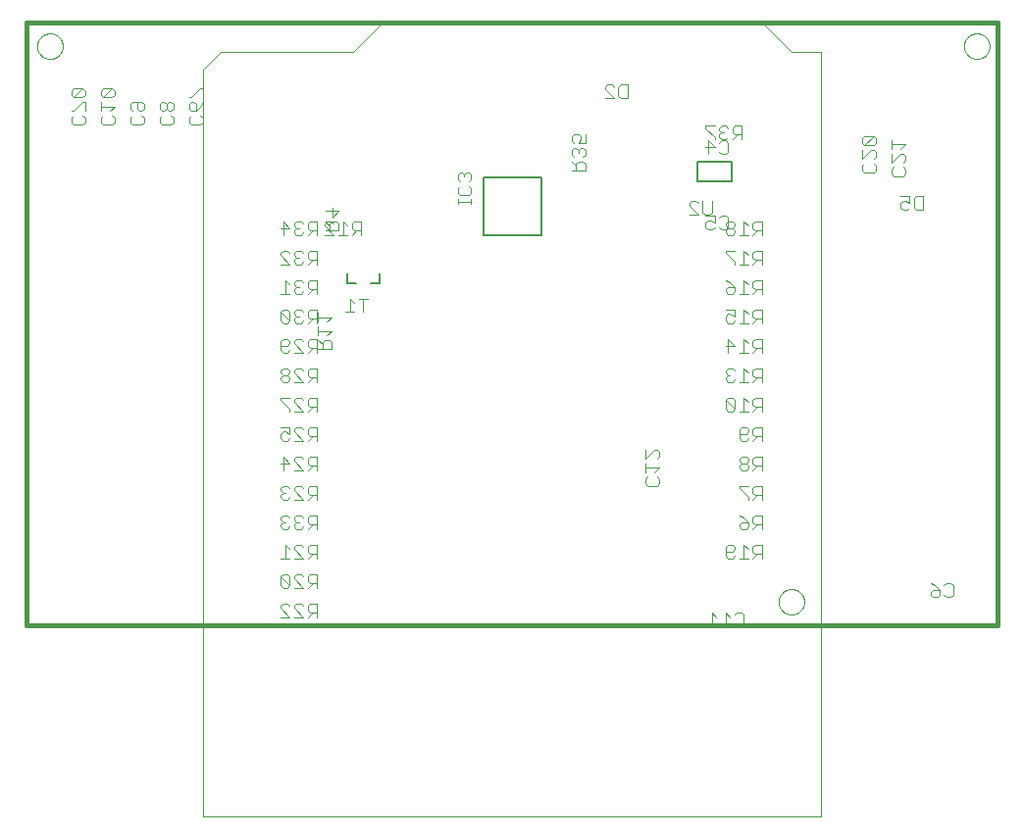
<source format=gbo>
G75*
%MOMM*%
%OFA0B0*%
%FSLAX33Y33*%
%IPPOS*%
%LPD*%
%AMOC8*
5,1,8,0,0,1.08239X$1,22.5*
%
%ADD10C,0.406*%
%ADD11C,0.000*%
%ADD12C,0.102*%
%ADD13C,0.152*%
%ADD14C,0.127*%
D10*
X10601Y44154D02*
X10601Y96214D01*
X94421Y96224D01*
X94421Y44154D01*
X10601Y44154D01*
D11*
X25841Y27644D02*
X79181Y27644D01*
X79181Y93684D01*
X76641Y93684D01*
X74101Y96224D01*
X41335Y96224D01*
X38795Y93684D01*
X27365Y93684D01*
X25841Y92160D01*
X25841Y27644D01*
X75501Y46154D02*
X75503Y46220D01*
X75509Y46285D01*
X75519Y46350D01*
X75532Y46415D01*
X75550Y46478D01*
X75571Y46541D01*
X75596Y46601D01*
X75625Y46661D01*
X75657Y46718D01*
X75692Y46774D01*
X75731Y46827D01*
X75773Y46878D01*
X75817Y46926D01*
X75865Y46971D01*
X75915Y47014D01*
X75968Y47053D01*
X76023Y47090D01*
X76080Y47123D01*
X76139Y47152D01*
X76199Y47178D01*
X76261Y47200D01*
X76324Y47219D01*
X76388Y47233D01*
X76453Y47244D01*
X76519Y47251D01*
X76585Y47254D01*
X76650Y47253D01*
X76716Y47248D01*
X76781Y47239D01*
X76846Y47226D01*
X76909Y47210D01*
X76972Y47190D01*
X77033Y47165D01*
X77093Y47138D01*
X77151Y47107D01*
X77207Y47072D01*
X77261Y47034D01*
X77312Y46993D01*
X77361Y46949D01*
X77407Y46902D01*
X77451Y46853D01*
X77491Y46801D01*
X77528Y46746D01*
X77562Y46690D01*
X77592Y46631D01*
X77619Y46571D01*
X77642Y46510D01*
X77661Y46447D01*
X77677Y46383D01*
X77689Y46318D01*
X77697Y46253D01*
X77701Y46187D01*
X77701Y46121D01*
X77697Y46055D01*
X77689Y45990D01*
X77677Y45925D01*
X77661Y45861D01*
X77642Y45798D01*
X77619Y45737D01*
X77592Y45677D01*
X77562Y45618D01*
X77528Y45562D01*
X77491Y45507D01*
X77451Y45455D01*
X77407Y45406D01*
X77361Y45359D01*
X77312Y45315D01*
X77261Y45274D01*
X77207Y45236D01*
X77151Y45201D01*
X77093Y45170D01*
X77033Y45143D01*
X76972Y45118D01*
X76909Y45098D01*
X76846Y45082D01*
X76781Y45069D01*
X76716Y45060D01*
X76650Y45055D01*
X76585Y45054D01*
X76519Y45057D01*
X76453Y45064D01*
X76388Y45075D01*
X76324Y45089D01*
X76261Y45108D01*
X76199Y45130D01*
X76139Y45156D01*
X76080Y45185D01*
X76023Y45218D01*
X75968Y45255D01*
X75915Y45294D01*
X75865Y45337D01*
X75817Y45382D01*
X75773Y45430D01*
X75731Y45481D01*
X75692Y45534D01*
X75657Y45590D01*
X75625Y45647D01*
X75596Y45707D01*
X75571Y45767D01*
X75550Y45830D01*
X75532Y45893D01*
X75519Y45958D01*
X75509Y46023D01*
X75503Y46088D01*
X75501Y46154D01*
X91501Y94154D02*
X91503Y94220D01*
X91509Y94285D01*
X91519Y94350D01*
X91532Y94415D01*
X91550Y94478D01*
X91571Y94541D01*
X91596Y94601D01*
X91625Y94661D01*
X91657Y94718D01*
X91692Y94774D01*
X91731Y94827D01*
X91773Y94878D01*
X91817Y94926D01*
X91865Y94971D01*
X91915Y95014D01*
X91968Y95053D01*
X92023Y95090D01*
X92080Y95123D01*
X92139Y95152D01*
X92199Y95178D01*
X92261Y95200D01*
X92324Y95219D01*
X92388Y95233D01*
X92453Y95244D01*
X92519Y95251D01*
X92585Y95254D01*
X92650Y95253D01*
X92716Y95248D01*
X92781Y95239D01*
X92846Y95226D01*
X92909Y95210D01*
X92972Y95190D01*
X93033Y95165D01*
X93093Y95138D01*
X93151Y95107D01*
X93207Y95072D01*
X93261Y95034D01*
X93312Y94993D01*
X93361Y94949D01*
X93407Y94902D01*
X93451Y94853D01*
X93491Y94801D01*
X93528Y94746D01*
X93562Y94690D01*
X93592Y94631D01*
X93619Y94571D01*
X93642Y94510D01*
X93661Y94447D01*
X93677Y94383D01*
X93689Y94318D01*
X93697Y94253D01*
X93701Y94187D01*
X93701Y94121D01*
X93697Y94055D01*
X93689Y93990D01*
X93677Y93925D01*
X93661Y93861D01*
X93642Y93798D01*
X93619Y93737D01*
X93592Y93677D01*
X93562Y93618D01*
X93528Y93562D01*
X93491Y93507D01*
X93451Y93455D01*
X93407Y93406D01*
X93361Y93359D01*
X93312Y93315D01*
X93261Y93274D01*
X93207Y93236D01*
X93151Y93201D01*
X93093Y93170D01*
X93033Y93143D01*
X92972Y93118D01*
X92909Y93098D01*
X92846Y93082D01*
X92781Y93069D01*
X92716Y93060D01*
X92650Y93055D01*
X92585Y93054D01*
X92519Y93057D01*
X92453Y93064D01*
X92388Y93075D01*
X92324Y93089D01*
X92261Y93108D01*
X92199Y93130D01*
X92139Y93156D01*
X92080Y93185D01*
X92023Y93218D01*
X91968Y93255D01*
X91915Y93294D01*
X91865Y93337D01*
X91817Y93382D01*
X91773Y93430D01*
X91731Y93481D01*
X91692Y93534D01*
X91657Y93590D01*
X91625Y93647D01*
X91596Y93707D01*
X91571Y93767D01*
X91550Y93830D01*
X91532Y93893D01*
X91519Y93958D01*
X91509Y94023D01*
X91503Y94088D01*
X91501Y94154D01*
X11501Y94154D02*
X11503Y94220D01*
X11509Y94285D01*
X11519Y94350D01*
X11532Y94415D01*
X11550Y94478D01*
X11571Y94541D01*
X11596Y94601D01*
X11625Y94661D01*
X11657Y94718D01*
X11692Y94774D01*
X11731Y94827D01*
X11773Y94878D01*
X11817Y94926D01*
X11865Y94971D01*
X11915Y95014D01*
X11968Y95053D01*
X12023Y95090D01*
X12080Y95123D01*
X12139Y95152D01*
X12199Y95178D01*
X12261Y95200D01*
X12324Y95219D01*
X12388Y95233D01*
X12453Y95244D01*
X12519Y95251D01*
X12585Y95254D01*
X12650Y95253D01*
X12716Y95248D01*
X12781Y95239D01*
X12846Y95226D01*
X12909Y95210D01*
X12972Y95190D01*
X13033Y95165D01*
X13093Y95138D01*
X13151Y95107D01*
X13207Y95072D01*
X13261Y95034D01*
X13312Y94993D01*
X13361Y94949D01*
X13407Y94902D01*
X13451Y94853D01*
X13491Y94801D01*
X13528Y94746D01*
X13562Y94690D01*
X13592Y94631D01*
X13619Y94571D01*
X13642Y94510D01*
X13661Y94447D01*
X13677Y94383D01*
X13689Y94318D01*
X13697Y94253D01*
X13701Y94187D01*
X13701Y94121D01*
X13697Y94055D01*
X13689Y93990D01*
X13677Y93925D01*
X13661Y93861D01*
X13642Y93798D01*
X13619Y93737D01*
X13592Y93677D01*
X13562Y93618D01*
X13528Y93562D01*
X13491Y93507D01*
X13451Y93455D01*
X13407Y93406D01*
X13361Y93359D01*
X13312Y93315D01*
X13261Y93274D01*
X13207Y93236D01*
X13151Y93201D01*
X13093Y93170D01*
X13033Y93143D01*
X12972Y93118D01*
X12909Y93098D01*
X12846Y93082D01*
X12781Y93069D01*
X12716Y93060D01*
X12650Y93055D01*
X12585Y93054D01*
X12519Y93057D01*
X12453Y93064D01*
X12388Y93075D01*
X12324Y93089D01*
X12261Y93108D01*
X12199Y93130D01*
X12139Y93156D01*
X12080Y93185D01*
X12023Y93218D01*
X11968Y93255D01*
X11915Y93294D01*
X11865Y93337D01*
X11817Y93382D01*
X11773Y93430D01*
X11731Y93481D01*
X11692Y93534D01*
X11657Y93590D01*
X11625Y93647D01*
X11596Y93707D01*
X11571Y93767D01*
X11550Y93830D01*
X11532Y93893D01*
X11519Y93958D01*
X11509Y94023D01*
X11503Y94088D01*
X11501Y94154D01*
D12*
X14657Y90503D02*
X14462Y90308D01*
X14462Y89918D01*
X14657Y89723D01*
X15437Y90503D01*
X14657Y90503D01*
X14657Y89723D02*
X15437Y89723D01*
X15632Y89918D01*
X15632Y90308D01*
X15437Y90503D01*
X15437Y89333D02*
X14657Y88554D01*
X14462Y88554D01*
X14657Y88164D02*
X14462Y87969D01*
X14462Y87579D01*
X14657Y87384D01*
X15437Y87384D01*
X15632Y87579D01*
X15632Y87969D01*
X15437Y88164D01*
X15632Y88554D02*
X15632Y89333D01*
X15437Y89333D01*
X17002Y89333D02*
X17002Y88554D01*
X17002Y88944D02*
X18172Y88944D01*
X17782Y88554D01*
X17977Y88164D02*
X18172Y87969D01*
X18172Y87579D01*
X17977Y87384D01*
X17197Y87384D01*
X17002Y87579D01*
X17002Y87969D01*
X17197Y88164D01*
X17197Y89723D02*
X17977Y90503D01*
X17197Y90503D01*
X17002Y90308D01*
X17002Y89918D01*
X17197Y89723D01*
X17977Y89723D01*
X18172Y89918D01*
X18172Y90308D01*
X17977Y90503D01*
X19542Y89139D02*
X19542Y88749D01*
X19737Y88554D01*
X19737Y88164D02*
X19542Y87969D01*
X19542Y87579D01*
X19737Y87384D01*
X20517Y87384D01*
X20712Y87579D01*
X20712Y87969D01*
X20517Y88164D01*
X20517Y88554D02*
X20322Y88554D01*
X20127Y88749D01*
X20127Y89333D01*
X19737Y89333D02*
X20517Y89333D01*
X20712Y89139D01*
X20712Y88749D01*
X20517Y88554D01*
X19737Y89333D02*
X19542Y89139D01*
X22082Y89139D02*
X22082Y88749D01*
X22277Y88554D01*
X22472Y88554D01*
X22667Y88749D01*
X22667Y89139D01*
X22472Y89333D01*
X22277Y89333D01*
X22082Y89139D01*
X22667Y89139D02*
X22862Y89333D01*
X23057Y89333D01*
X23252Y89139D01*
X23252Y88749D01*
X23057Y88554D01*
X22862Y88554D01*
X22667Y88749D01*
X23057Y88164D02*
X23252Y87969D01*
X23252Y87579D01*
X23057Y87384D01*
X22277Y87384D01*
X22082Y87579D01*
X22082Y87969D01*
X22277Y88164D01*
X24622Y87969D02*
X24622Y87579D01*
X24817Y87384D01*
X25597Y87384D01*
X25792Y87579D01*
X25792Y87969D01*
X25597Y88164D01*
X25207Y88554D02*
X25207Y89139D01*
X25012Y89333D01*
X24817Y89333D01*
X24622Y89139D01*
X24622Y88749D01*
X24817Y88554D01*
X25207Y88554D01*
X25597Y88944D01*
X25792Y89333D01*
X25792Y89723D02*
X25792Y90503D01*
X25597Y90503D01*
X24817Y89723D01*
X24622Y89723D01*
X24817Y88164D02*
X24622Y87969D01*
X32725Y79029D02*
X33310Y78444D01*
X32530Y78444D01*
X32725Y77859D02*
X32725Y79029D01*
X33700Y78834D02*
X33700Y78639D01*
X33895Y78444D01*
X33700Y78249D01*
X33700Y78054D01*
X33895Y77859D01*
X34285Y77859D01*
X34479Y78054D01*
X34869Y77859D02*
X35259Y78249D01*
X35064Y78249D02*
X35649Y78249D01*
X35649Y77859D02*
X35649Y79029D01*
X35064Y79029D01*
X34869Y78834D01*
X34869Y78444D01*
X35064Y78249D01*
X34479Y78834D02*
X34285Y79029D01*
X33895Y79029D01*
X33700Y78834D01*
X33895Y78444D02*
X34090Y78444D01*
X34285Y76489D02*
X33895Y76489D01*
X33700Y76294D01*
X33700Y76099D01*
X33895Y75904D01*
X33700Y75709D01*
X33700Y75514D01*
X33895Y75319D01*
X34285Y75319D01*
X34479Y75514D01*
X34869Y75319D02*
X35259Y75709D01*
X35064Y75709D02*
X35649Y75709D01*
X35649Y75319D02*
X35649Y76489D01*
X35064Y76489D01*
X34869Y76294D01*
X34869Y75904D01*
X35064Y75709D01*
X34479Y76294D02*
X34285Y76489D01*
X34090Y75904D02*
X33895Y75904D01*
X33310Y76294D02*
X33115Y76489D01*
X32725Y76489D01*
X32530Y76294D01*
X32530Y76099D01*
X33310Y75319D01*
X32530Y75319D01*
X32920Y73949D02*
X32920Y72779D01*
X33310Y72779D02*
X32530Y72779D01*
X33310Y73559D02*
X32920Y73949D01*
X33700Y73754D02*
X33700Y73559D01*
X33895Y73364D01*
X33700Y73169D01*
X33700Y72974D01*
X33895Y72779D01*
X34285Y72779D01*
X34479Y72974D01*
X34869Y72779D02*
X35259Y73169D01*
X35064Y73169D02*
X35649Y73169D01*
X35649Y72779D02*
X35649Y73949D01*
X35064Y73949D01*
X34869Y73754D01*
X34869Y73364D01*
X35064Y73169D01*
X34479Y73754D02*
X34285Y73949D01*
X33895Y73949D01*
X33700Y73754D01*
X33895Y73364D02*
X34090Y73364D01*
X34285Y71409D02*
X33895Y71409D01*
X33700Y71214D01*
X33700Y71019D01*
X33895Y70824D01*
X33700Y70629D01*
X33700Y70434D01*
X33895Y70239D01*
X34285Y70239D01*
X34479Y70434D01*
X34869Y70239D02*
X35259Y70629D01*
X35064Y70629D02*
X35649Y70629D01*
X35735Y70730D02*
X36904Y70730D01*
X36514Y70340D01*
X35735Y70340D02*
X35735Y71120D01*
X35649Y71409D02*
X35064Y71409D01*
X34869Y71214D01*
X34869Y70824D01*
X35064Y70629D01*
X35649Y70239D02*
X35649Y71409D01*
X34479Y71214D02*
X34285Y71409D01*
X34090Y70824D02*
X33895Y70824D01*
X33310Y70434D02*
X33115Y70239D01*
X32725Y70239D01*
X32530Y70434D01*
X32530Y71214D01*
X33310Y70434D01*
X33310Y71214D01*
X33115Y71409D01*
X32725Y71409D01*
X32530Y71214D01*
X32725Y68869D02*
X33115Y68869D01*
X33310Y68674D01*
X33310Y68479D01*
X33115Y68284D01*
X32530Y68284D01*
X32530Y67894D02*
X32530Y68674D01*
X32725Y68869D01*
X32530Y67894D02*
X32725Y67699D01*
X33115Y67699D01*
X33310Y67894D01*
X33700Y67699D02*
X34479Y67699D01*
X33700Y68479D01*
X33700Y68674D01*
X33895Y68869D01*
X34285Y68869D01*
X34479Y68674D01*
X34869Y68674D02*
X34869Y68284D01*
X35064Y68089D01*
X35649Y68089D01*
X35735Y68001D02*
X36904Y68001D01*
X36904Y68586D01*
X36709Y68781D01*
X36319Y68781D01*
X36125Y68586D01*
X36125Y68001D01*
X36125Y68391D02*
X35735Y68781D01*
X35649Y68869D02*
X35064Y68869D01*
X34869Y68674D01*
X35259Y68089D02*
X34869Y67699D01*
X35649Y67699D02*
X35649Y68869D01*
X35735Y69171D02*
X35735Y69950D01*
X35735Y69560D02*
X36904Y69560D01*
X36514Y69171D01*
X38087Y71192D02*
X38866Y71192D01*
X38477Y71192D02*
X38477Y72361D01*
X38866Y71972D01*
X39256Y72361D02*
X40036Y72361D01*
X39646Y72361D02*
X39646Y71192D01*
X35649Y66329D02*
X35064Y66329D01*
X34869Y66134D01*
X34869Y65744D01*
X35064Y65549D01*
X35649Y65549D01*
X35649Y65159D02*
X35649Y66329D01*
X35259Y65549D02*
X34869Y65159D01*
X34479Y65159D02*
X33700Y65939D01*
X33700Y66134D01*
X33895Y66329D01*
X34285Y66329D01*
X34479Y66134D01*
X34479Y65159D02*
X33700Y65159D01*
X33310Y65354D02*
X33310Y65549D01*
X33115Y65744D01*
X32725Y65744D01*
X32530Y65549D01*
X32530Y65354D01*
X32725Y65159D01*
X33115Y65159D01*
X33310Y65354D01*
X33115Y65744D02*
X33310Y65939D01*
X33310Y66134D01*
X33115Y66329D01*
X32725Y66329D01*
X32530Y66134D01*
X32530Y65939D01*
X32725Y65744D01*
X32530Y63789D02*
X32530Y63594D01*
X33310Y62814D01*
X33310Y62619D01*
X33700Y62619D02*
X34479Y62619D01*
X33700Y63399D01*
X33700Y63594D01*
X33895Y63789D01*
X34285Y63789D01*
X34479Y63594D01*
X34869Y63594D02*
X34869Y63204D01*
X35064Y63009D01*
X35649Y63009D01*
X35649Y62619D02*
X35649Y63789D01*
X35064Y63789D01*
X34869Y63594D01*
X35259Y63009D02*
X34869Y62619D01*
X35064Y61249D02*
X34869Y61054D01*
X34869Y60664D01*
X35064Y60469D01*
X35649Y60469D01*
X35649Y60079D02*
X35649Y61249D01*
X35064Y61249D01*
X34479Y61054D02*
X34285Y61249D01*
X33895Y61249D01*
X33700Y61054D01*
X33700Y60859D01*
X34479Y60079D01*
X33700Y60079D01*
X33310Y60274D02*
X33115Y60079D01*
X32725Y60079D01*
X32530Y60274D01*
X32530Y60664D01*
X32725Y60859D01*
X32920Y60859D01*
X33310Y60664D01*
X33310Y61249D01*
X32530Y61249D01*
X32530Y63789D02*
X33310Y63789D01*
X35259Y60469D02*
X34869Y60079D01*
X35064Y58709D02*
X34869Y58514D01*
X34869Y58124D01*
X35064Y57929D01*
X35649Y57929D01*
X35649Y57539D02*
X35649Y58709D01*
X35064Y58709D01*
X34479Y58514D02*
X34285Y58709D01*
X33895Y58709D01*
X33700Y58514D01*
X33700Y58319D01*
X34479Y57539D01*
X33700Y57539D01*
X33310Y58124D02*
X32725Y58709D01*
X32725Y57539D01*
X32530Y58124D02*
X33310Y58124D01*
X33115Y56169D02*
X32725Y56169D01*
X32530Y55974D01*
X32530Y55779D01*
X32725Y55584D01*
X32530Y55389D01*
X32530Y55194D01*
X32725Y54999D01*
X33115Y54999D01*
X33310Y55194D01*
X33700Y54999D02*
X34479Y54999D01*
X33700Y55779D01*
X33700Y55974D01*
X33895Y56169D01*
X34285Y56169D01*
X34479Y55974D01*
X34869Y55974D02*
X34869Y55584D01*
X35064Y55389D01*
X35649Y55389D01*
X35649Y54999D02*
X35649Y56169D01*
X35064Y56169D01*
X34869Y55974D01*
X35259Y55389D02*
X34869Y54999D01*
X35064Y53629D02*
X34869Y53434D01*
X34869Y53044D01*
X35064Y52849D01*
X35649Y52849D01*
X35649Y52459D02*
X35649Y53629D01*
X35064Y53629D01*
X34479Y53434D02*
X34285Y53629D01*
X33895Y53629D01*
X33700Y53434D01*
X33700Y53239D01*
X33895Y53044D01*
X33700Y52849D01*
X33700Y52654D01*
X33895Y52459D01*
X34285Y52459D01*
X34479Y52654D01*
X34869Y52459D02*
X35259Y52849D01*
X34090Y53044D02*
X33895Y53044D01*
X33310Y52654D02*
X33115Y52459D01*
X32725Y52459D01*
X32530Y52654D01*
X32530Y52849D01*
X32725Y53044D01*
X32920Y53044D01*
X32725Y53044D02*
X32530Y53239D01*
X32530Y53434D01*
X32725Y53629D01*
X33115Y53629D01*
X33310Y53434D01*
X32920Y55584D02*
X32725Y55584D01*
X33310Y55974D02*
X33115Y56169D01*
X34869Y57539D02*
X35259Y57929D01*
X35064Y51089D02*
X34869Y50894D01*
X34869Y50504D01*
X35064Y50309D01*
X35649Y50309D01*
X35649Y49919D02*
X35649Y51089D01*
X35064Y51089D01*
X34479Y50894D02*
X34285Y51089D01*
X33895Y51089D01*
X33700Y50894D01*
X33700Y50699D01*
X34479Y49919D01*
X33700Y49919D01*
X33310Y49919D02*
X32530Y49919D01*
X32920Y49919D02*
X32920Y51089D01*
X33310Y50699D01*
X34869Y49919D02*
X35259Y50309D01*
X35064Y48549D02*
X34869Y48354D01*
X34869Y47964D01*
X35064Y47769D01*
X35649Y47769D01*
X35649Y47379D02*
X35649Y48549D01*
X35064Y48549D01*
X34479Y48354D02*
X34285Y48549D01*
X33895Y48549D01*
X33700Y48354D01*
X33700Y48159D01*
X34479Y47379D01*
X33700Y47379D01*
X33310Y47574D02*
X32530Y48354D01*
X32530Y47574D01*
X32725Y47379D01*
X33115Y47379D01*
X33310Y47574D01*
X33310Y48354D01*
X33115Y48549D01*
X32725Y48549D01*
X32530Y48354D01*
X32725Y46009D02*
X33115Y46009D01*
X33310Y45814D01*
X33700Y45814D02*
X33895Y46009D01*
X34285Y46009D01*
X34479Y45814D01*
X34869Y45814D02*
X34869Y45424D01*
X35064Y45229D01*
X35649Y45229D01*
X35649Y44839D02*
X35649Y46009D01*
X35064Y46009D01*
X34869Y45814D01*
X35259Y45229D02*
X34869Y44839D01*
X34479Y44839D02*
X33700Y45619D01*
X33700Y45814D01*
X33700Y44839D02*
X34479Y44839D01*
X33310Y44839D02*
X32530Y45619D01*
X32530Y45814D01*
X32725Y46009D01*
X32530Y44839D02*
X33310Y44839D01*
X34869Y47379D02*
X35259Y47769D01*
X64007Y56382D02*
X64007Y56772D01*
X64202Y56967D01*
X64007Y57356D02*
X64007Y58136D01*
X64007Y58526D02*
X64787Y59305D01*
X64982Y59305D01*
X65177Y59110D01*
X65177Y58721D01*
X64982Y58526D01*
X65177Y57746D02*
X64007Y57746D01*
X64007Y58526D02*
X64007Y59305D01*
X65177Y57746D02*
X64787Y57356D01*
X64982Y56967D02*
X65177Y56772D01*
X65177Y56382D01*
X64982Y56187D01*
X64202Y56187D01*
X64007Y56382D01*
X70932Y50894D02*
X71127Y51089D01*
X71517Y51089D01*
X71712Y50894D01*
X71712Y50699D01*
X71517Y50504D01*
X70932Y50504D01*
X70932Y50114D02*
X70932Y50894D01*
X70932Y50114D02*
X71127Y49919D01*
X71517Y49919D01*
X71712Y50114D01*
X72102Y49919D02*
X72881Y49919D01*
X72491Y49919D02*
X72491Y51089D01*
X72881Y50699D01*
X73271Y50504D02*
X73466Y50309D01*
X74051Y50309D01*
X74051Y49919D02*
X74051Y51089D01*
X73466Y51089D01*
X73271Y50894D01*
X73271Y50504D01*
X73661Y50309D02*
X73271Y49919D01*
X73271Y52459D02*
X73661Y52849D01*
X73466Y52849D02*
X74051Y52849D01*
X74051Y52459D02*
X74051Y53629D01*
X73466Y53629D01*
X73271Y53434D01*
X73271Y53044D01*
X73466Y52849D01*
X72881Y52654D02*
X72686Y52459D01*
X72297Y52459D01*
X72102Y52654D01*
X72102Y52849D01*
X72297Y53044D01*
X72881Y53044D01*
X72881Y52654D01*
X72881Y53044D02*
X72491Y53434D01*
X72102Y53629D01*
X72881Y54999D02*
X72881Y55194D01*
X72102Y55974D01*
X72102Y56169D01*
X72881Y56169D01*
X73271Y55974D02*
X73271Y55584D01*
X73466Y55389D01*
X74051Y55389D01*
X74051Y54999D02*
X74051Y56169D01*
X73466Y56169D01*
X73271Y55974D01*
X73661Y55389D02*
X73271Y54999D01*
X73271Y57539D02*
X73661Y57929D01*
X73466Y57929D02*
X74051Y57929D01*
X74051Y57539D02*
X74051Y58709D01*
X73466Y58709D01*
X73271Y58514D01*
X73271Y58124D01*
X73466Y57929D01*
X72881Y57929D02*
X72686Y58124D01*
X72297Y58124D01*
X72102Y57929D01*
X72102Y57734D01*
X72297Y57539D01*
X72686Y57539D01*
X72881Y57734D01*
X72881Y57929D01*
X72686Y58124D02*
X72881Y58319D01*
X72881Y58514D01*
X72686Y58709D01*
X72297Y58709D01*
X72102Y58514D01*
X72102Y58319D01*
X72297Y58124D01*
X72297Y60079D02*
X72102Y60274D01*
X72102Y61054D01*
X72297Y61249D01*
X72686Y61249D01*
X72881Y61054D01*
X72881Y60859D01*
X72686Y60664D01*
X72102Y60664D01*
X72297Y60079D02*
X72686Y60079D01*
X72881Y60274D01*
X73271Y60079D02*
X73661Y60469D01*
X73466Y60469D02*
X74051Y60469D01*
X74051Y60079D02*
X74051Y61249D01*
X73466Y61249D01*
X73271Y61054D01*
X73271Y60664D01*
X73466Y60469D01*
X73271Y62619D02*
X73661Y63009D01*
X73466Y63009D02*
X74051Y63009D01*
X74051Y62619D02*
X74051Y63789D01*
X73466Y63789D01*
X73271Y63594D01*
X73271Y63204D01*
X73466Y63009D01*
X72881Y62619D02*
X72102Y62619D01*
X72491Y62619D02*
X72491Y63789D01*
X72881Y63399D01*
X71712Y63594D02*
X71712Y62814D01*
X70932Y63594D01*
X70932Y62814D01*
X71127Y62619D01*
X71517Y62619D01*
X71712Y62814D01*
X71712Y63594D02*
X71517Y63789D01*
X71127Y63789D01*
X70932Y63594D01*
X71127Y65159D02*
X71517Y65159D01*
X71712Y65354D01*
X72102Y65159D02*
X72881Y65159D01*
X72491Y65159D02*
X72491Y66329D01*
X72881Y65939D01*
X73271Y65744D02*
X73466Y65549D01*
X74051Y65549D01*
X74051Y65159D02*
X74051Y66329D01*
X73466Y66329D01*
X73271Y66134D01*
X73271Y65744D01*
X73661Y65549D02*
X73271Y65159D01*
X71712Y66134D02*
X71517Y66329D01*
X71127Y66329D01*
X70932Y66134D01*
X70932Y65939D01*
X71127Y65744D01*
X70932Y65549D01*
X70932Y65354D01*
X71127Y65159D01*
X71127Y65744D02*
X71322Y65744D01*
X71127Y67699D02*
X71127Y68869D01*
X71712Y68284D01*
X70932Y68284D01*
X72102Y67699D02*
X72881Y67699D01*
X72491Y67699D02*
X72491Y68869D01*
X72881Y68479D01*
X73271Y68284D02*
X73466Y68089D01*
X74051Y68089D01*
X74051Y67699D02*
X74051Y68869D01*
X73466Y68869D01*
X73271Y68674D01*
X73271Y68284D01*
X73661Y68089D02*
X73271Y67699D01*
X73271Y70239D02*
X73661Y70629D01*
X73466Y70629D02*
X74051Y70629D01*
X74051Y70239D02*
X74051Y71409D01*
X73466Y71409D01*
X73271Y71214D01*
X73271Y70824D01*
X73466Y70629D01*
X72881Y70239D02*
X72102Y70239D01*
X72491Y70239D02*
X72491Y71409D01*
X72881Y71019D01*
X71712Y70824D02*
X71322Y71019D01*
X71127Y71019D01*
X70932Y70824D01*
X70932Y70434D01*
X71127Y70239D01*
X71517Y70239D01*
X71712Y70434D01*
X71712Y70824D02*
X71712Y71409D01*
X70932Y71409D01*
X71127Y72779D02*
X70932Y72974D01*
X70932Y73169D01*
X71127Y73364D01*
X71712Y73364D01*
X71712Y72974D01*
X71517Y72779D01*
X71127Y72779D01*
X71712Y73364D02*
X71322Y73754D01*
X70932Y73949D01*
X71712Y75319D02*
X71712Y75514D01*
X70932Y76294D01*
X70932Y76489D01*
X71712Y76489D01*
X72491Y76489D02*
X72491Y75319D01*
X72102Y75319D02*
X72881Y75319D01*
X73271Y75319D02*
X73661Y75709D01*
X73466Y75709D02*
X74051Y75709D01*
X74051Y75319D02*
X74051Y76489D01*
X73466Y76489D01*
X73271Y76294D01*
X73271Y75904D01*
X73466Y75709D01*
X72881Y76099D02*
X72491Y76489D01*
X72491Y77859D02*
X72491Y79029D01*
X72881Y78639D01*
X73271Y78444D02*
X73466Y78249D01*
X74051Y78249D01*
X74051Y77859D02*
X74051Y79029D01*
X73466Y79029D01*
X73271Y78834D01*
X73271Y78444D01*
X73661Y78249D02*
X73271Y77859D01*
X72881Y77859D02*
X72102Y77859D01*
X71712Y78054D02*
X71712Y78249D01*
X71517Y78444D01*
X71127Y78444D01*
X70932Y78249D01*
X70932Y78054D01*
X71127Y77859D01*
X71517Y77859D01*
X71712Y78054D01*
X71517Y78444D02*
X71712Y78639D01*
X71712Y78834D01*
X71517Y79029D01*
X71127Y79029D01*
X70932Y78834D01*
X70932Y78639D01*
X71127Y78444D01*
X71151Y78531D02*
X70956Y78336D01*
X70566Y78336D01*
X70371Y78531D01*
X69981Y78531D02*
X69786Y78336D01*
X69397Y78336D01*
X69202Y78531D01*
X69202Y78920D01*
X69397Y79115D01*
X69592Y79115D01*
X69981Y78920D01*
X69981Y79505D01*
X69202Y79505D01*
X69137Y79606D02*
X68942Y79801D01*
X68942Y80775D01*
X68553Y80580D02*
X68358Y80775D01*
X67968Y80775D01*
X67773Y80580D01*
X67773Y80385D01*
X68553Y79606D01*
X67773Y79606D01*
X69137Y79606D02*
X69527Y79606D01*
X69722Y79801D01*
X69722Y80775D01*
X70566Y79505D02*
X70956Y79505D01*
X71151Y79310D01*
X71151Y78531D01*
X70371Y79310D02*
X70566Y79505D01*
X72491Y73949D02*
X72491Y72779D01*
X72102Y72779D02*
X72881Y72779D01*
X73271Y72779D02*
X73661Y73169D01*
X73466Y73169D02*
X74051Y73169D01*
X74051Y72779D02*
X74051Y73949D01*
X73466Y73949D01*
X73271Y73754D01*
X73271Y73364D01*
X73466Y73169D01*
X72881Y73559D02*
X72491Y73949D01*
X82725Y83436D02*
X82725Y83826D01*
X82920Y84021D01*
X82725Y84411D02*
X82725Y85190D01*
X82920Y85580D02*
X82725Y85775D01*
X82725Y86165D01*
X82920Y86360D01*
X83699Y86360D01*
X82920Y85580D01*
X83699Y85580D01*
X83894Y85775D01*
X83894Y86165D01*
X83699Y86360D01*
X83699Y85190D02*
X83894Y84995D01*
X83894Y84606D01*
X83699Y84411D01*
X83699Y84021D02*
X83894Y83826D01*
X83894Y83436D01*
X83699Y83241D01*
X82920Y83241D01*
X82725Y83436D01*
X82725Y84411D02*
X83504Y85190D01*
X83699Y85190D01*
X85265Y85278D02*
X85265Y86058D01*
X85265Y85668D02*
X86434Y85668D01*
X86044Y85278D01*
X86044Y84888D02*
X86239Y84888D01*
X86434Y84694D01*
X86434Y84304D01*
X86239Y84109D01*
X86239Y83719D02*
X86434Y83524D01*
X86434Y83134D01*
X86239Y82939D01*
X85460Y82939D01*
X85265Y83134D01*
X85265Y83524D01*
X85460Y83719D01*
X85265Y84109D02*
X86044Y84888D01*
X85265Y84888D02*
X85265Y84109D01*
X86040Y81204D02*
X86820Y81204D01*
X86820Y80619D01*
X86430Y80814D01*
X86235Y80814D01*
X86040Y80619D01*
X86040Y80229D01*
X86235Y80034D01*
X86625Y80034D01*
X86820Y80229D01*
X87210Y80229D02*
X87210Y81009D01*
X87405Y81204D01*
X87989Y81204D01*
X87989Y80034D01*
X87405Y80034D01*
X87210Y80229D01*
X72320Y86114D02*
X72320Y87284D01*
X71735Y87284D01*
X71541Y87089D01*
X71541Y86699D01*
X71735Y86504D01*
X72320Y86504D01*
X71930Y86504D02*
X71541Y86114D01*
X71151Y86309D02*
X70956Y86114D01*
X70566Y86114D01*
X70371Y86309D01*
X70371Y86504D01*
X70566Y86699D01*
X70761Y86699D01*
X70566Y86699D02*
X70371Y86894D01*
X70371Y87089D01*
X70566Y87284D01*
X70956Y87284D01*
X71151Y87089D01*
X70956Y86014D02*
X71151Y85819D01*
X71151Y85039D01*
X70956Y84844D01*
X70566Y84844D01*
X70371Y85039D01*
X69981Y85429D02*
X69202Y85429D01*
X69397Y84844D02*
X69397Y86014D01*
X69981Y85429D01*
X70371Y85819D02*
X70566Y86014D01*
X70956Y86014D01*
X69981Y86114D02*
X69981Y86309D01*
X69202Y87089D01*
X69202Y87284D01*
X69981Y87284D01*
X62451Y89654D02*
X61866Y89654D01*
X61671Y89849D01*
X61671Y90629D01*
X61866Y90824D01*
X62451Y90824D01*
X62451Y89654D01*
X61281Y89654D02*
X60502Y90434D01*
X60502Y90629D01*
X60697Y90824D01*
X61086Y90824D01*
X61281Y90629D01*
X61281Y89654D02*
X60502Y89654D01*
X58812Y86534D02*
X58812Y85755D01*
X58227Y85755D01*
X58422Y86144D01*
X58422Y86339D01*
X58227Y86534D01*
X57837Y86534D01*
X57642Y86339D01*
X57642Y85949D01*
X57837Y85755D01*
X57837Y85365D02*
X57642Y85170D01*
X57642Y84780D01*
X57837Y84585D01*
X57642Y84195D02*
X58032Y83806D01*
X58032Y84000D02*
X58032Y83416D01*
X57642Y83416D02*
X58812Y83416D01*
X58812Y84000D01*
X58617Y84195D01*
X58227Y84195D01*
X58032Y84000D01*
X58617Y84585D02*
X58812Y84780D01*
X58812Y85170D01*
X58617Y85365D01*
X58422Y85365D01*
X58227Y85170D01*
X58032Y85365D01*
X57837Y85365D01*
X58227Y85170D02*
X58227Y84975D01*
X48962Y83065D02*
X48962Y82675D01*
X48767Y82480D01*
X48767Y82090D02*
X48962Y81895D01*
X48962Y81506D01*
X48767Y81311D01*
X47987Y81311D01*
X47792Y81506D01*
X47792Y81895D01*
X47987Y82090D01*
X47987Y82480D02*
X47792Y82675D01*
X47792Y83065D01*
X47987Y83260D01*
X48182Y83260D01*
X48377Y83065D01*
X48377Y82870D01*
X48377Y83065D02*
X48572Y83260D01*
X48767Y83260D01*
X48962Y83065D01*
X48962Y80921D02*
X48962Y80531D01*
X48962Y80726D02*
X47792Y80726D01*
X47792Y80531D02*
X47792Y80921D01*
X39443Y79029D02*
X39443Y77859D01*
X39443Y78249D02*
X38858Y78249D01*
X38664Y78444D01*
X38664Y78834D01*
X38858Y79029D01*
X39443Y79029D01*
X39053Y78249D02*
X38664Y77859D01*
X38274Y77859D02*
X37494Y77859D01*
X37539Y78219D02*
X37539Y78804D01*
X37344Y78999D01*
X36954Y78999D01*
X36760Y78804D01*
X36760Y78219D01*
X36760Y78609D02*
X36370Y78999D01*
X36520Y79029D02*
X36909Y79029D01*
X37104Y78834D01*
X36954Y79389D02*
X36954Y80168D01*
X36370Y79974D02*
X37539Y79974D01*
X36954Y79389D01*
X36520Y79029D02*
X36325Y78834D01*
X36325Y78639D01*
X37104Y77859D01*
X36325Y77859D01*
X36370Y78219D02*
X37539Y78219D01*
X37884Y77859D02*
X37884Y79029D01*
X38274Y78639D01*
X69750Y45215D02*
X69750Y44046D01*
X70140Y44046D02*
X69360Y44046D01*
X70140Y44825D02*
X69750Y45215D01*
X70920Y45215D02*
X70920Y44046D01*
X71309Y44046D02*
X70530Y44046D01*
X71309Y44825D02*
X70920Y45215D01*
X71699Y45020D02*
X71894Y45215D01*
X72284Y45215D01*
X72479Y45020D01*
X72479Y44241D01*
X72284Y44046D01*
X71894Y44046D01*
X71699Y44241D01*
X88612Y46781D02*
X88612Y46976D01*
X88807Y47170D01*
X89391Y47170D01*
X89391Y46781D01*
X89196Y46586D01*
X88807Y46586D01*
X88612Y46781D01*
X89001Y47560D02*
X89391Y47170D01*
X89781Y46781D02*
X89976Y46586D01*
X90366Y46586D01*
X90561Y46781D01*
X90561Y47560D01*
X90366Y47755D01*
X89976Y47755D01*
X89781Y47560D01*
X89001Y47560D02*
X88612Y47755D01*
D13*
X41075Y73656D02*
X40285Y73656D01*
X41075Y73656D02*
X41075Y74502D01*
X38995Y73656D02*
X38230Y73656D01*
X38230Y74502D01*
D14*
X50011Y77849D02*
X50011Y82849D01*
X55011Y82849D01*
X55011Y77849D01*
X50011Y77849D01*
X68474Y82515D02*
X71474Y82515D01*
X71474Y84215D01*
X68474Y84215D01*
X68474Y82515D01*
M02*

</source>
